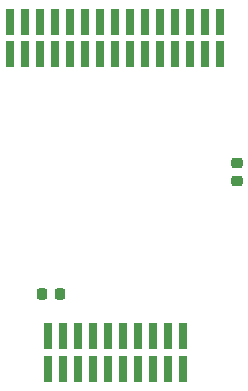
<source format=gbp>
%TF.GenerationSoftware,KiCad,Pcbnew,8.0.3-8.0.3-0~ubuntu24.04.1*%
%TF.CreationDate,2024-07-09T09:27:24+02:00*%
%TF.ProjectId,PythonBreakout,50797468-6f6e-4427-9265-616b6f75742e,rev?*%
%TF.SameCoordinates,Original*%
%TF.FileFunction,Paste,Bot*%
%TF.FilePolarity,Positive*%
%FSLAX46Y46*%
G04 Gerber Fmt 4.6, Leading zero omitted, Abs format (unit mm)*
G04 Created by KiCad (PCBNEW 8.0.3-8.0.3-0~ubuntu24.04.1) date 2024-07-09 09:27:24*
%MOMM*%
%LPD*%
G01*
G04 APERTURE LIST*
G04 Aperture macros list*
%AMRoundRect*
0 Rectangle with rounded corners*
0 $1 Rounding radius*
0 $2 $3 $4 $5 $6 $7 $8 $9 X,Y pos of 4 corners*
0 Add a 4 corners polygon primitive as box body*
4,1,4,$2,$3,$4,$5,$6,$7,$8,$9,$2,$3,0*
0 Add four circle primitives for the rounded corners*
1,1,$1+$1,$2,$3*
1,1,$1+$1,$4,$5*
1,1,$1+$1,$6,$7*
1,1,$1+$1,$8,$9*
0 Add four rect primitives between the rounded corners*
20,1,$1+$1,$2,$3,$4,$5,0*
20,1,$1+$1,$4,$5,$6,$7,0*
20,1,$1+$1,$6,$7,$8,$9,0*
20,1,$1+$1,$8,$9,$2,$3,0*%
G04 Aperture macros list end*
%ADD10R,0.740000X2.220000*%
%ADD11RoundRect,0.225000X-0.250000X0.225000X-0.250000X-0.225000X0.250000X-0.225000X0.250000X0.225000X0*%
%ADD12RoundRect,0.225000X-0.225000X-0.250000X0.225000X-0.250000X0.225000X0.250000X-0.225000X0.250000X0*%
G04 APERTURE END LIST*
D10*
X84285000Y-86900000D03*
X84285000Y-84170000D03*
X85555000Y-86900000D03*
X85555000Y-84170000D03*
X86825000Y-86900000D03*
X86825000Y-84170000D03*
X88095000Y-86900000D03*
X88095000Y-84170000D03*
X89365000Y-86900000D03*
X89365000Y-84170000D03*
X90635000Y-86900000D03*
X90635000Y-84170000D03*
X91905000Y-86900000D03*
X91905000Y-84170000D03*
X93175000Y-86900000D03*
X93175000Y-84170000D03*
X94445000Y-86900000D03*
X94445000Y-84170000D03*
X95715000Y-86900000D03*
X95715000Y-84170000D03*
X81110000Y-60290000D03*
X81110000Y-57560000D03*
X82380000Y-60290000D03*
X82380000Y-57560000D03*
X83650000Y-60290000D03*
X83650000Y-57560000D03*
X84920000Y-60290000D03*
X84920000Y-57560000D03*
X86190000Y-60290000D03*
X86190000Y-57560000D03*
X87460000Y-60290000D03*
X87460000Y-57560000D03*
X88730000Y-60290000D03*
X88730000Y-57560000D03*
X90000000Y-60290000D03*
X90000000Y-57560000D03*
X91270000Y-60290000D03*
X91270000Y-57560000D03*
X92540000Y-60290000D03*
X92540000Y-57560000D03*
X93810000Y-60290000D03*
X93810000Y-57560000D03*
X95080000Y-60290000D03*
X95080000Y-57560000D03*
X96350000Y-60290000D03*
X96350000Y-57560000D03*
X97620000Y-60290000D03*
X97620000Y-57560000D03*
X98890000Y-60290000D03*
X98890000Y-57560000D03*
D11*
X100305000Y-69500000D03*
X100305000Y-71050000D03*
D12*
X83755000Y-80575000D03*
X85305000Y-80575000D03*
M02*

</source>
